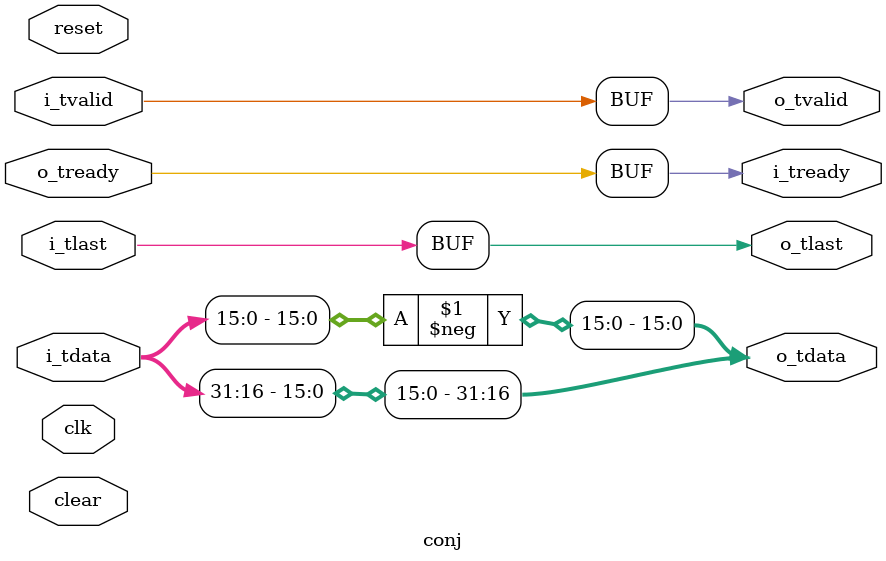
<source format=v>

module conj
  #(parameter WIDTH=16)
   (input clk, input reset, input clear,
    input [2*WIDTH-1:0] i_tdata, input i_tlast, input i_tvalid, output i_tready,
    output [2*WIDTH-1:0] o_tdata, output o_tlast, output o_tvalid, input o_tready);

   assign o_tdata = { i_tdata[2*WIDTH-1:WIDTH] , -i_tdata[WIDTH-1:0] };
   assign o_tlast = i_tlast;
   assign o_tvalid = i_tvalid;
   assign i_tready = o_tready;
   
endmodule // conj

</source>
